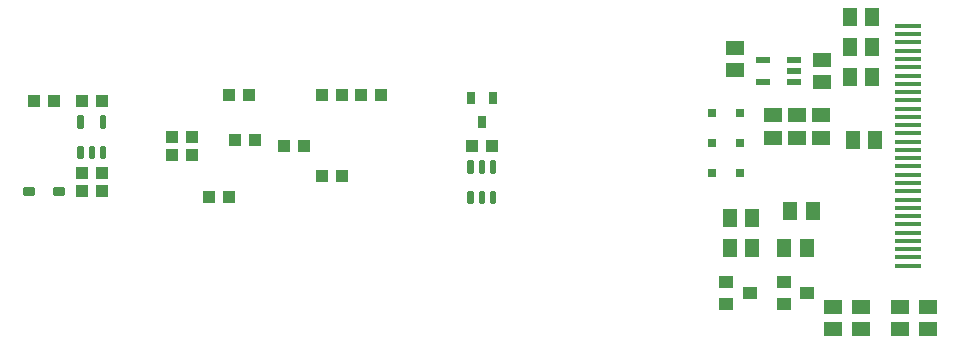
<source format=gbr>
G04 EAGLE Gerber RS-274X export*
G75*
%MOMM*%
%FSLAX34Y34*%
%LPD*%
%INSolderpaste Bottom*%
%IPPOS*%
%AMOC8*
5,1,8,0,0,1.08239X$1,22.5*%
G01*
%ADD10R,1.100000X1.000000*%
%ADD11R,0.635000X1.016000*%
%ADD12C,0.240000*%
%ADD13C,0.363000*%
%ADD14R,2.200000X0.350000*%
%ADD15R,1.300000X1.500000*%
%ADD16R,1.200000X0.550000*%
%ADD17R,1.500000X1.300000*%
%ADD18R,0.800000X0.800000*%
%ADD19R,1.270000X1.000000*%


D10*
X-160900Y38100D03*
X-143900Y38100D03*
D11*
X177800Y20480D03*
X187300Y40480D03*
X168300Y40480D03*
D10*
X27550Y0D03*
X10550Y0D03*
X-67700Y-7620D03*
X-84700Y-7620D03*
X-67700Y7620D03*
X-84700Y7620D03*
X-160900Y-22860D03*
X-143900Y-22860D03*
X59300Y43180D03*
X42300Y43180D03*
X-14360Y5080D03*
X-31360Y5080D03*
X-52950Y-43180D03*
X-35950Y-43180D03*
X42300Y-25400D03*
X59300Y-25400D03*
X-160900Y-38100D03*
X-143900Y-38100D03*
D12*
X-176540Y-35300D02*
X-184140Y-35300D01*
X-176540Y-35300D02*
X-176540Y-40900D01*
X-184140Y-40900D01*
X-184140Y-35300D01*
X-184140Y-38620D02*
X-176540Y-38620D01*
X-176540Y-36340D02*
X-184140Y-36340D01*
X-201940Y-35300D02*
X-209540Y-35300D01*
X-201940Y-35300D02*
X-201940Y-40900D01*
X-209540Y-40900D01*
X-209540Y-35300D01*
X-209540Y-38620D02*
X-201940Y-38620D01*
X-201940Y-36340D02*
X-209540Y-36340D01*
D13*
X-143835Y-1196D02*
X-141965Y-1196D01*
X-141965Y-9566D01*
X-143835Y-9566D01*
X-143835Y-1196D01*
X-143835Y-6118D02*
X-141965Y-6118D01*
X-141965Y-2670D02*
X-143835Y-2670D01*
X-151465Y-1196D02*
X-153335Y-1196D01*
X-151465Y-1196D02*
X-151465Y-9566D01*
X-153335Y-9566D01*
X-153335Y-1196D01*
X-153335Y-6118D02*
X-151465Y-6118D01*
X-151465Y-2670D02*
X-153335Y-2670D01*
X-160965Y-1196D02*
X-162835Y-1196D01*
X-160965Y-1196D02*
X-160965Y-9566D01*
X-162835Y-9566D01*
X-162835Y-1196D01*
X-162835Y-6118D02*
X-160965Y-6118D01*
X-160965Y-2670D02*
X-162835Y-2670D01*
X-162835Y24806D02*
X-160965Y24806D01*
X-160965Y16436D01*
X-162835Y16436D01*
X-162835Y24806D01*
X-162835Y19884D02*
X-160965Y19884D01*
X-160965Y23332D02*
X-162835Y23332D01*
X-143835Y24806D02*
X-141965Y24806D01*
X-141965Y16436D01*
X-143835Y16436D01*
X-143835Y24806D01*
X-143835Y19884D02*
X-141965Y19884D01*
X-141965Y23332D02*
X-143835Y23332D01*
D10*
X-184540Y38100D03*
X-201540Y38100D03*
X-19440Y43180D03*
X-36440Y43180D03*
X75320Y43180D03*
X92320Y43180D03*
D13*
X167365Y-21664D02*
X169235Y-21664D01*
X167365Y-21664D02*
X167365Y-13294D01*
X169235Y-13294D01*
X169235Y-21664D01*
X169235Y-18216D02*
X167365Y-18216D01*
X167365Y-14768D02*
X169235Y-14768D01*
X176865Y-21664D02*
X178735Y-21664D01*
X176865Y-21664D02*
X176865Y-13294D01*
X178735Y-13294D01*
X178735Y-21664D01*
X178735Y-18216D02*
X176865Y-18216D01*
X176865Y-14768D02*
X178735Y-14768D01*
X186365Y-21664D02*
X188235Y-21664D01*
X186365Y-21664D02*
X186365Y-13294D01*
X188235Y-13294D01*
X188235Y-21664D01*
X188235Y-18216D02*
X186365Y-18216D01*
X186365Y-14768D02*
X188235Y-14768D01*
X188235Y-47666D02*
X186365Y-47666D01*
X186365Y-39296D01*
X188235Y-39296D01*
X188235Y-47666D01*
X188235Y-44218D02*
X186365Y-44218D01*
X186365Y-40770D02*
X188235Y-40770D01*
X169235Y-47666D02*
X167365Y-47666D01*
X167365Y-39296D01*
X169235Y-39296D01*
X169235Y-47666D01*
X169235Y-44218D02*
X167365Y-44218D01*
X167365Y-40770D02*
X169235Y-40770D01*
X176865Y-39296D02*
X178735Y-39296D01*
X178735Y-47666D01*
X176865Y-47666D01*
X176865Y-39296D01*
X176865Y-44218D02*
X178735Y-44218D01*
X178735Y-40770D02*
X176865Y-40770D01*
D10*
X169300Y0D03*
X186300Y0D03*
D14*
X538410Y-101240D03*
X538410Y-94240D03*
X538410Y-87240D03*
X538410Y-80240D03*
X538410Y-73240D03*
X538410Y-66240D03*
X538410Y-59240D03*
X538410Y-52240D03*
X538410Y-45240D03*
X538410Y-38240D03*
X538410Y-31240D03*
X538410Y-24240D03*
X538410Y-17240D03*
X538410Y-10240D03*
X538410Y-3240D03*
X538410Y3760D03*
X538410Y10760D03*
X538410Y17760D03*
X538410Y24760D03*
X538410Y31760D03*
X538410Y38760D03*
X538410Y45760D03*
X538410Y52760D03*
X538410Y59760D03*
X538410Y66760D03*
X538410Y73760D03*
X538410Y80760D03*
X538410Y87760D03*
X538410Y94760D03*
X538410Y101760D03*
D15*
X492150Y5080D03*
X511150Y5080D03*
D16*
X442261Y73000D03*
X442261Y63500D03*
X442261Y54000D03*
X416259Y54000D03*
X416259Y73000D03*
D17*
X392430Y83160D03*
X392430Y64160D03*
X466090Y73000D03*
X466090Y54000D03*
D18*
X372810Y27940D03*
X396810Y27940D03*
X372810Y2540D03*
X396810Y2540D03*
X372810Y-22860D03*
X396810Y-22860D03*
D17*
X424180Y7010D03*
X424180Y26010D03*
X444500Y7010D03*
X444500Y26010D03*
X464820Y7010D03*
X464820Y26010D03*
D15*
X438890Y-54610D03*
X457890Y-54610D03*
X388010Y-86360D03*
X407010Y-86360D03*
X452810Y-86360D03*
X433810Y-86360D03*
X407010Y-60960D03*
X388010Y-60960D03*
D19*
X453310Y-124460D03*
X433310Y-114960D03*
X433310Y-133960D03*
X404970Y-124460D03*
X384970Y-114960D03*
X384970Y-133960D03*
D15*
X489610Y58420D03*
X508610Y58420D03*
D17*
X555950Y-154940D03*
X555950Y-135940D03*
X531820Y-154940D03*
X531820Y-135940D03*
D15*
X489610Y109220D03*
X508610Y109220D03*
D17*
X474750Y-135940D03*
X474750Y-154940D03*
D15*
X489610Y83820D03*
X508610Y83820D03*
D17*
X498880Y-135940D03*
X498880Y-154940D03*
M02*

</source>
